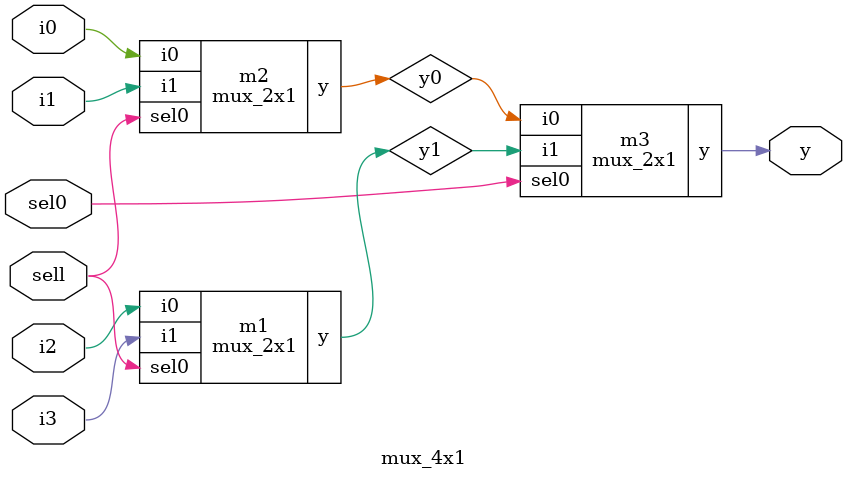
<source format=v>
module mux_2x1(
  input sel0,
  input i0, i1,
  output y);
  
  assign y = sel0 ? i1 : i0;
endmodule



module mux_4x1(
  input sel0, sell,
  input  i0,i1,i2,i3,
  output reg y);
  
  wire y0, y1;
  
  mux_2x1 m1(sell, i2, i3, y1);
  mux_2x1 m2(sell, i0, i1, y0);
  mux_2x1 m3(sel0, y0, y1, y);
endmodule

</source>
